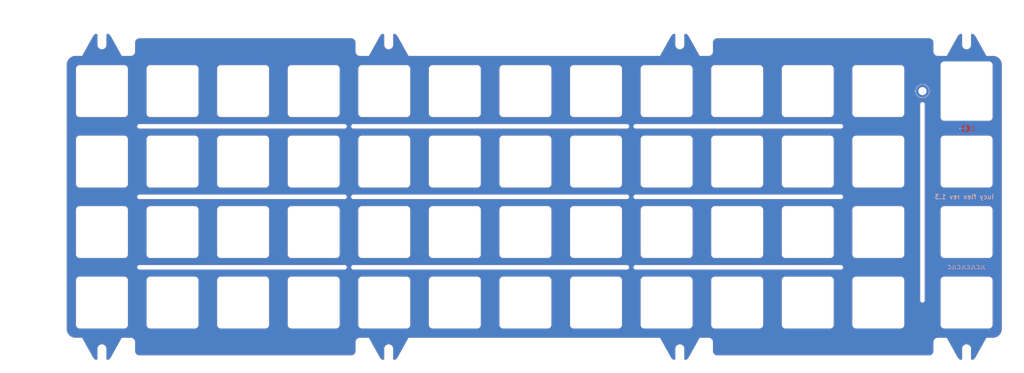
<source format=kicad_pcb>
(kicad_pcb (version 20211014) (generator pcbnew)
  (layers (0 "F.Cu" signal) (31 "B.Cu" signal) (34 "B.Paste" user) (35 "F.Paste" user) (36 "B.SilkS" user "B.Silkscreen") (37 "F.SilkS" user "F.Silkscreen") (38 "B.Mask" user) (39 "F.Mask" user) (44 "Edge.Cuts" user))
  (net 0 "")
  (net 1 "GND")
  (footprint "Keeb_footprints:MX100_cutout_plated" (layer "F.Cu") (at 155.97253 50.00646)
    (fp_text reference "U1")
    (fp_text value "HOLE")
    (fp_line (start -7 6) (end -7 -6) (layer "Edge.Cuts") (width 0.05))
    (fp_line (start -6 7) (end 6 7) (layer "Edge.Cuts") (width 0.05))
    (fp_line (start -6 -7) (end 6 -7) (layer "Edge.Cuts") (width 0.05))
    (fp_line (start 7 -6) (end 7 6) (layer "Edge.Cuts") (width 0.05))
    (fp_arc (start 7 6) (mid 6.707107 6.707107) (end 6 7) (layer "Edge.Cuts") (width 0.05))
    (fp_arc (start 6 -7) (mid 6.707107 -6.707107) (end 7 -6) (layer "Edge.Cuts") (width 0.05))
    (fp_arc (start -6 7) (mid -6.707107 6.707107) (end -7 6) (layer "Edge.Cuts") (width 0.05))
    (fp_arc (start -7 -6) (mid -6.707107 -6.707107) (end -6 -7) (layer "Edge.Cuts") (width 0.05))
  )
  (footprint "Keeb_footprints:MX100_cutout_plated" (layer "F.Cu") (at 175.02261 50.00646)
    (fp_text reference "U2")
    (fp_text value "HOLE")
    (fp_line (start -7 6) (end -7 -6) (layer "Edge.Cuts") (width 0.05))
    (fp_line (start -6 -7) (end 6 -7) (layer "Edge.Cuts") (width 0.05))
    (fp_line (start 7 -6) (end 7 6) (layer "Edge.Cuts") (width 0.05))
    (fp_line (start -6 7) (end 6 7) (layer "Edge.Cuts") (width 0.05))
    (fp_arc (start 6 -7) (mid 6.707107 -6.707107) (end 7 -6) (layer "Edge.Cuts") (width 0.05))
    (fp_arc (start -6 7) (mid -6.707107 6.707107) (end -7 6) (layer "Edge.Cuts") (width 0.05))
    (fp_arc (start 7 6) (mid 6.707107 6.707107) (end 6 7) (layer "Edge.Cuts") (width 0.05))
    (fp_arc (start -7 -6) (mid -6.707107 -6.707107) (end -6 -7) (layer "Edge.Cuts") (width 0.05))
  )
  (footprint "Keeb_footprints:MX100_cutout_plated" (layer "F.Cu") (at 194.07269 50.00646)
    (fp_text reference "U3")
    (fp_text value "HOLE")
    (fp_line (start -6 7) (end 6 7) (layer "Edge.Cuts") (width 0.05))
    (fp_line (start -7 6) (end -7 -6) (layer "Edge.Cuts") (width 0.05))
    (fp_line (start 7 -6) (end 7 6) (layer "Edge.Cuts") (width 0.05))
    (fp_line (start -6 -7) (end 6 -7) (layer "Edge.Cuts") (width 0.05))
    (fp_arc (start 7 6) (mid 6.707107 6.707107) (end 6 7) (layer "Edge.Cuts") (width 0.05))
    (fp_arc (start -7 -6) (mid -6.707107 -6.707107) (end -6 -7) (layer "Edge.Cuts") (width 0.05))
    (fp_arc (start -6 7) (mid -6.707107 6.707107) (end -7 6) (layer "Edge.Cuts") (width 0.05))
    (fp_arc (start 6 -7) (mid 6.707107 -6.707107) (end 7 -6) (layer "Edge.Cuts") (width 0.05))
  )
  (footprint "Keeb_footprints:MX100_cutout_plated" (layer "F.Cu") (at 213.12277 50.00646)
    (fp_text reference "U4")
    (fp_text value "HOLE")
    (fp_line (start -7 6) (end -7 -6) (layer "Edge.Cuts") (width 0.05))
    (fp_line (start -6 7) (end 6 7) (layer "Edge.Cuts") (width 0.05))
    (fp_line (start -6 -7) (end 6 -7) (layer "Edge.Cuts") (width 0.05))
    (fp_line (start 7 -6) (end 7 6) (layer "Edge.Cuts") (width 0.05))
    (fp_arc (start -7 -6) (mid -6.707107 -6.707107) (end -6 -7) (layer "Edge.Cuts") (width 0.05))
    (fp_arc (start 7 6) (mid 6.707107 6.707107) (end 6 7) (layer "Edge.Cuts") (width 0.05))
    (fp_arc (start 6 -7) (mid 6.707107 -6.707107) (end 7 -6) (layer "Edge.Cuts") (width 0.05))
    (fp_arc (start -6 7) (mid -6.707107 6.707107) (end -7 6) (layer "Edge.Cuts") (width 0.05))
  )
  (footprint "Keeb_footprints:MX100_cutout_plated" (layer "F.Cu") (at 232.17285 50.00646)
    (fp_text reference "U5")
    (fp_text value "HOLE")
    (fp_line (start 7 -6) (end 7 6) (layer "Edge.Cuts") (width 0.05))
    (fp_line (start -7 6) (end -7 -6) (layer "Edge.Cuts") (width 0.05))
    (fp_line (start -6 7) (end 6 7) (layer "Edge.Cuts") (width 0.05))
    (fp_line (start -6 -7) (end 6 -7) (layer "Edge.Cuts") (width 0.05))
    (fp_arc (start -7 -6) (mid -6.707107 -6.707107) (end -6 -7) (layer "Edge.Cuts") (width 0.05))
    (fp_arc (start -6 7) (mid -6.707107 6.707107) (end -7 6) (layer "Edge.Cuts") (width 0.05))
    (fp_arc (start 6 -7) (mid 6.707107 -6.707107) (end 7 -6) (layer "Edge.Cuts") (width 0.05))
    (fp_arc (start 7 6) (mid 6.707107 6.707107) (end 6 7) (layer "Edge.Cuts") (width 0.05))
  )
  (footprint "Keeb_footprints:MX100_cutout_plated" (layer "F.Cu") (at 327.42325 50.00646)
    (fp_text reference "U10")
    (fp_text value "HOLE")
    (fp_line (start -6 7) (end 6 7) (layer "Edge.Cuts") (width 0.05))
    (fp_line (start -6 -7) (end 6 -7) (layer "Edge.Cuts") (width 0.05))
    (fp_line (start 7 -6) (end 7 6) (layer "Edge.Cuts") (width 0.05))
    (fp_line (start -7 6) (end -7 -6) (layer "Edge.Cuts") (width 0.05))
    (fp_arc (start -6 7) (mid -6.707107 6.707107) (end -7 6) (layer "Edge.Cuts") (width 0.05))
    (fp_arc (start -7 -6) (mid -6.707107 -6.707107) (end -6 -7) (layer "Edge.Cuts") (width 0.05))
    (fp_arc (start 6 -7) (mid 6.707107 -6.707107) (end 7 -6) (layer "Edge.Cuts") (width 0.05))
    (fp_arc (start 7 6) (mid 6.707107 6.707107) (end 6 7) (layer "Edge.Cuts") (width 0.05))
  )
  (footprint "Keeb_footprints:MX100_cutout_plated" (layer "F.Cu") (at 346.47333 50.00646)
    (fp_text reference "U11")
    (fp_text value "HOLE")
    (fp_line (start -7 6) (end -7 -6) (layer "Edge.Cuts") (width 0.05))
    (fp_line (start -6 -7) (end 6 -7) (layer "Edge.Cuts") (width 0.05))
    (fp_line (start -6 7) (end 6 7) (layer "Edge.Cuts") (width 0.05))
    (fp_line (start 7 -6) (end 7 6) (layer "Edge.Cuts") (width 0.05))
    (fp_arc (start 6 -7) (mid 6.707107 -6.707107) (end 7 -6) (layer "Edge.Cuts") (width 0.05))
    (fp_arc (start -6 7) (mid -6.707107 6.707107) (end -7 6) (layer "Edge.Cuts") (width 0.05))
    (fp_arc (start 7 6) (mid 6.707107 6.707107) (end 6 7) (layer "Edge.Cuts") (width 0.05))
    (fp_arc (start -7 -6) (mid -6.707107 -6.707107) (end -6 -7) (layer "Edge.Cuts") (width 0.05))
  )
  (footprint "Keeb_footprints:MX100_cutout_plated" (layer "F.Cu") (at 155.97253 69.05654)
    (fp_text reference "U13")
    (fp_text value "HOLE")
    (fp_line (start -7 6) (end -7 -6) (layer "Edge.Cuts") (width 0.05))
    (fp_line (start -6 7) (end 6 7) (layer "Edge.Cuts") (width 0.05))
    (fp_line (start 7 -6) (end 7 6) (layer "Edge.Cuts") (width 0.05))
    (fp_line (start -6 -7) (end 6 -7) (layer "Edge.Cuts") (width 0.05))
    (fp_arc (start 7 6) (mid 6.707107 6.707107) (end 6 7) (layer "Edge.Cuts") (width 0.05))
    (fp_arc (start -7 -6) (mid -6.707107 -6.707107) (end -6 -7) (layer "Edge.Cuts") (width 0.05))
    (fp_arc (start -6 7) (mid -6.707107 6.707107) (end -7 6) (layer "Edge.Cuts") (width 0.05))
    (fp_arc (start 6 -7) (mid 6.707107 -6.707107) (end 7 -6) (layer "Edge.Cuts") (width 0.05))
  )
  (footprint "Keeb_footprints:MX100_cutout_plated" (layer "F.Cu") (at 194.07269 69.05654)
    (fp_text reference "U15")
    (fp_text value "HOLE")
    (fp_line (start 7 -6) (end 7 6) (layer "Edge.Cuts") (width 0.05))
    (fp_line (start -6 7) (end 6 7) (layer "Edge.Cuts") (width 0.05))
    (fp_line (start -6 -7) (end 6 -7) (layer "Edge.Cuts") (width 0.05))
    (fp_line (start -7 6) (end -7 -6) (layer "Edge.Cuts") (width 0.05))
    (fp_arc (start -6 7) (mid -6.707107 6.707107) (end -7 6) (layer "Edge.Cuts") (width 0.05))
    (fp_arc (start 6 -7) (mid 6.707107 -6.707107) (end 7 -6) (layer "Edge.Cuts") (width 0.05))
    (fp_arc (start 7 6) (mid 6.707107 6.707107) (end 6 7) (layer "Edge.Cuts") (width 0.05))
    (fp_arc (start -7 -6) (mid -6.707107 -6.707107) (end -6 -7) (layer "Edge.Cuts") (width 0.05))
  )
  (footprint "Keeb_footprints:MX100_cutout_plated" (layer "F.Cu") (at 232.17285 69.05654)
    (fp_text reference "U17")
    (fp_text value "HOLE")
    (fp_line (start 7 -6) (end 7 6) (layer "Edge.Cuts") (width 0.05))
    (fp_line (start -7 6) (end -7 -6) (layer "Edge.Cuts") (width 0.05))
    (fp_line (start -6 -7) (end 6 -7) (layer "Edge.Cuts") (width 0.05))
    (fp_line (start -6 7) (end 6 7) (layer "Edge.Cuts") (width 0.05))
    (fp_arc (start 6 -7) (mid 6.707107 -6.707107) (end 7 -6) (layer "Edge.Cuts") (width 0.05))
    (fp_arc (start -7 -6) (mid -6.707107 -6.707107) (end -6 -7) (layer "Edge.Cuts") (width 0.05))
    (fp_arc (start 7 6) (mid 6.707107 6.707107) (end 6 7) (layer "Edge.Cuts") (width 0.05))
    (fp_arc (start -6 7) (mid -6.707107 6.707107) (end -7 6) (layer "Edge.Cuts") (width 0.05))
  )
  (footprint "Keeb_footprints:MX100_cutout_plated" (layer "F.Cu") (at 251.22293 69.05654)
    (fp_text reference "U18")
    (fp_text value "HOLE")
    (fp_line (start -6 7) (end 6 7) (layer "Edge.Cuts") (width 0.05))
    (fp_line (start 7 -6) (end 7 6) (layer "Edge.Cuts") (width 0.05))
    (fp_line (start -6 -7) (end 6 -7) (layer "Edge.Cuts") (width 0.05))
    (fp_line (start -7 6) (end -7 -6) (layer "Edge.Cuts") (width 0.05))
    (fp_arc (start -6 7) (mid -6.707107 6.707107) (end -7 6) (layer "Edge.Cuts") (width 0.05))
    (fp_arc (start 6 -7) (mid 6.707107 -6.707107) (end 7 -6) (layer "Edge.Cuts") (width 0.05))
    (fp_arc (start -7 -6) (mid -6.707107 -6.707107) (end -6 -7) (layer "Edge.Cuts") (width 0.05))
    (fp_arc (start 7 6) (mid 6.707107 6.707107) (end 6 7) (layer "Edge.Cuts") (width 0.05))
  )
  (footprint "Keeb_footprints:MX100_cutout_plated" (layer "F.Cu") (at 270.27301 69.05654)
    (fp_text reference "U19")
    (fp_text value "HOLE")
    (fp_line (start -7 6) (end -7 -6) (layer "Edge.Cuts") (width 0.05))
    (fp_line (start -6 -7) (end 6 -7) (layer "Edge.Cuts") (width 0.05))
    (fp_line (start -6 7) (end 6 7) (layer "Edge.Cuts") (width 0.05))
    (fp_line (start 7 -6) (end 7 6) (layer "Edge.Cuts") (width 0.05))
    (fp_arc (start -6 7) (mid -6.707107 6.707107) (end -7 6) (layer "Edge.Cuts") (width 0.05))
    (fp_arc (start -7 -6) (mid -6.707107 -6.707107) (end -6 -7) (layer "Edge.Cuts") (width 0.05))
    (fp_arc (start 7 6) (mid 6.707107 6.707107) (end 6 7) (layer "Edge.Cuts") (width 0.05))
    (fp_arc (start 6 -7) (mid 6.707107 -6.707107) (end 7 -6) (layer "Edge.Cuts") (width 0.05))
  )
  (footprint "Keeb_footprints:MX100_cutout_plated" (layer "F.Cu") (at 289.32309 69.05654)
    (fp_text reference "U20")
    (fp_text value "HOLE")
    (fp_line (start 7 -6) (end 7 6) (layer "Edge.Cuts") (width 0.05))
    (fp_line (start -6 7) (end 6 7) (layer "Edge.Cuts") (width 0.05))
    (fp_line (start -6 -7) (end 6 -7) (layer "Edge.Cuts") (width 0.05))
    (fp_line (start -7 6) (end -7 -6) (layer "Edge.Cuts") (width 0.05))
    (fp_arc (start -6 7) (mid -6.707107 6.707107) (end -7 6) (layer "Edge.Cuts") (width 0.05))
    (fp_arc (start -7 -6) (mid -6.707107 -6.707107) (end -6 -7) (layer "Edge.Cuts") (width 0.05))
    (fp_arc (start 6 -7) (mid 6.707107 -6.707107) (end 7 -6) (layer "Edge.Cuts") (width 0.05))
    (fp_arc (start 7 6) (mid 6.707107 6.707107) (end 6 7) (layer "Edge.Cuts") (width 0.05))
  )
  (footprint "Keeb_footprints:MX100_cutout_plated" (layer "F.Cu") (at 308.37317 69.05654)
    (fp_text reference "U21")
    (fp_text value "HOLE")
    (fp_line (start 7 -6) (end 7 6) (layer "Edge.Cuts") (width 0.05))
    (fp_line (start -7 6) (end -7 -6) (layer "Edge.Cuts") (width 0.05))
    (fp_line (start -6 7) (end 6 7) (layer "Edge.Cuts") (width 0.05))
    (fp_line (start -6 -7) (end 6 -7) (layer "Edge.Cuts") (width 0.05))
    (fp_arc (start -7 -6) (mid -6.707107 -6.707107) (end -6 -7) (layer "Edge.Cuts") (width 0.05))
    (fp_arc (start -6 7) (mid -6.707107 6.707107) (end -7 6) (layer "Edge.Cuts") (width 0.05))
    (fp_arc (start 7 6) (mid 6.707107 6.707107) (end 6 7) (layer "Edge.Cuts") (width 0.05))
    (fp_arc (start 6 -7) (mid 6.707107 -6.707107) (end 7 -6) (layer "Edge.Cuts") (width 0.05))
  )
  (footprint "Keeb_footprints:MX100_cutout_plated" (layer "F.Cu") (at 327.42325 69.05654)
    (fp_text reference "U22")
    (fp_text value "HOLE")
    (fp_line (start -6 7) (end 6 7) (layer "Edge.Cuts") (width 0.05))
    (fp_line (start 7 -6) (end 7 6) (layer "Edge.Cuts") (width 0.05))
    (fp_line (start -6 -7) (end 6 -7) (layer "Edge.Cuts") (width 0.05))
    (fp_line (start -7 6) (end -7 -6) (layer "Edge.Cuts") (width 0.05))
    (fp_arc (start -7 -6) (mid -6.707107 -6.707107) (end -6 -7) (layer "Edge.Cuts") (width 0.05))
    (fp_arc (start 6 -7) (mid 6.707107 -6.707107) (end 7 -6) (layer "Edge.Cuts") (width 0.05))
    (fp_arc (start 7 6) (mid 6.707107 6.707107) (end 6 7) (layer "Edge.Cuts") (width 0.05))
    (fp_arc (start -6 7) (mid -6.707107 6.707107) (end -7 6) (layer "Edge.Cuts") (width 0.05))
  )
  (footprint "Keeb_footprints:MX100_cutout_plated" (layer "F.Cu") (at 346.47333 69.05654)
    (fp_text reference "U23")
    (fp_text value "HOLE")
    (fp_line (start -6 -7) (end 6 -7) (layer "Edge.Cuts") (width 0.05))
    (fp_line (start -7 6) (end -7 -6) (layer "Edge.Cuts") (width 0.05))
    (fp_line (start 7 -6) (end 7 6) (layer "Edge.Cuts") (width 0.05))
    (fp_line (start -6 7) (end 6 7) (layer "Edge.Cuts") (width 0.05))
    (fp_arc (start 6 -7) (mid 6.707107 -6.707107) (end 7 -6) (layer "Edge.Cuts") (width 0.05))
    (fp_arc (start 7 6) (mid 6.707107 6.707107) (end 6 7) (layer "Edge.Cuts") (width 0.05))
    (fp_arc (start -6 7) (mid -6.707107 6.707107) (end -7 6) (layer "Edge.Cuts") (width 0.05))
    (fp_arc (start -7 -6) (mid -6.707107 -6.707107) (end -6 -7) (layer "Edge.Cuts") (width 0.05))
  )
  (footprint "Keeb_footprints:MX100_cutout_plated" (layer "F.Cu") (at 365.52341 69.05654)
    (fp_text reference "U24")
    (fp_text value "HOLE")
    (fp_line (start -7 6) (end -7 -6) (layer "Edge.Cuts") (width 0.05))
    (fp_line (start -6 7) (end 6 7) (layer "Edge.Cuts") (width 0.05))
    (fp_line (start 7 -6) (end 7 6) (layer "Edge.Cuts") (width 0.05))
    (fp_line (start -6 -7) (end 6 -7) (layer "Edge.Cuts") (width 0.05))
    (fp_arc (start -6 7) (mid -6.707107 6.707107) (end -7 6) (layer "Edge.Cuts") (width 0.05))
    (fp_arc (start -7 -6) (mid -6.707107 -6.707107) (end -6 -7) (layer "Edge.Cuts") (width 0.05))
    (fp_arc (start 6 -7) (mid 6.707107 -6.707107) (end 7 -6) (layer "Edge.Cuts") (width 0.05))
    (fp_arc (start 7 6) (mid 6.707107 6.707107) (end 6 7) (layer "Edge.Cuts") (width 0.05))
  )
  (footprint "Keeb_footprints:MX100_cutout_plated" (layer "F.Cu") (at 155.97253 88.10662)
    (fp_text reference "U25")
    (fp_text value "HOLE")
    (fp_line (start 7 -6) (end 7 6) (layer "Edge.Cuts") (width 0.05))
    (fp_line (start -7 6) (end -7 -6) (layer "Edge.Cuts") (width 0.05))
    (fp_line (start -6 -7) (end 6 -7) (layer "Edge.Cuts") (width 0.05))
    (fp_line (start -6 7) (end 6 7) (layer "Edge.Cuts") (width 0.05))
    (fp_arc (start -6 7) (mid -6.707107 6.707107) (end -7 6) (layer "Edge.Cuts") (width 0.05))
    (fp_arc (start 6 -7) (mid 6.707107 -6.707107) (end 7 -6) (layer "Edge.Cuts") (width 0.05))
    (fp_arc (start 7 6) (mid 6.707107 6.707107) (end 6 7) (layer "Edge.Cuts") (width 0.05))
    (fp_arc (start -7 -6) (mid -6.707107 -6.707107) (end -6 -7) (layer "Edge.Cuts") (width 0.05))
  )
  (footprint "Keeb_footprints:MX100_cutout_plated" (layer "F.Cu") (at 175.02261 88.10662)
    (fp_text reference "U26")
    (fp_text value "HOLE")
    (fp_line (start -6 -7) (end 6 -7) (layer "Edge.Cuts") (width 0.05))
    (fp_line (start -6 7) (end 6 7) (layer "Edge.Cuts") (width 0.05))
    (fp_line (start -7 6) (end -7 -6) (layer "Edge.Cuts") (width 0.05))
    (fp_line (start 7 -6) (end 7 6) (layer "Edge.Cuts") (width 0.05))
    (fp_arc (start 7 6) (mid 6.707107 6.707107) (end 6 7) (layer "Edge.Cuts") (width 0.05))
    (fp_arc (start -6 7) (mid -6.707107 6.707107) (end -7 6) (layer "Edge.Cuts") (width 0.05))
    (fp_arc (start 6 -7) (mid 6.707107 -6.707107) (end 7 -6) (layer "Edge.Cuts") (width 0.05))
    (fp_arc (start -7 -6) (mid -6.707107 -6.707107) (end -6 -7) (layer "Edge.Cuts") (width 0.05))
  )
  (footprint "Keeb_footprints:MX100_cutout_plated" (layer "F.Cu") (at 194.07269 88.10662)
    (fp_text reference "U27")
    (fp_text value "HOLE")
    (fp_line (start -7 6) (end -7 -6) (layer "Edge.Cuts") (width 0.05))
    (fp_line (start 7 -6) (end 7 6) (layer "Edge.Cuts") (width 0.05))
    (fp_line (start -6 -7) (end 6 -7) (layer "Edge.Cuts") (width 0.05))
    (fp_line (start -6 7) (end 6 7) (layer "Edge.Cuts") (width 0.05))
    (fp_arc (start -6 7) (mid -6.707107 6.707107) (end -7 6) (layer "Edge.Cuts") (width 0.05))
    (fp_arc (start -7 -6) (mid -6.707107 -6.707107) (end -6 -7) (layer "Edge.Cuts") (width 0.05))
    (fp_arc (start 6 -7) (mid 6.707107 -6.707107) (end 7 -6) (layer "Edge.Cuts") (width 0.05))
    (fp_arc (start 7 6) (mid 6.707107 6.707107) (end 6 7) (layer "Edge.Cuts") (width 0.05))
  )
  (footprint "Keeb_footprints:MX100_cutout_plated" (layer "F.Cu") (at 213.12277 88.10662)
    (fp_text reference "U28")
    (fp_text value "HOLE")
    (fp_line (start -6 7) (end 6 7) (layer "Edge.Cuts") (width 0.05))
    (fp_line (start -7 6) (end -7 -6) (layer "Edge.Cuts") (width 0.05))
    (fp_line (start 7 -6) (end 7 6) (layer "Edge.Cuts") (width 0.05))
    (fp_line (start -6 -7) (end 6 -7) (layer "Edge.Cuts") (width 0.05))
    (fp_arc (start 6 -7) (mid 6.707107 -6.707107) (end 7 -6) (layer "Edge.Cuts") (width 0.05))
    (fp_arc (start 7 6) (mid 6.707107 6.707107) (end 6 7) (layer "Edge.Cuts") (width 0.05))
    (fp_arc (start -6 7) (mid -6.707107 6.707107) (end -7 6) (layer "Edge.Cuts") (width 0.05))
    (fp_arc (start -7 -6) (mid -6.707107 -6.707107) (end -6 -7) (layer "Edge.Cuts") (width 0.05))
  )
  (footprint "Keeb_footprints:MX100_cutout_plated" (layer "F.Cu") (at 232.17285 88.10662)
    (fp_text reference "U29")
    (fp_text value "HOLE")
    (fp_line (start -6 -7) (end 6 -7) (layer "Edge.Cuts") (width 0.05))
    (fp_line (start -7 6) (end -7 -6) (layer "Edge.Cuts") (width 0.05))
    (fp_line (start -6 7) (end 6 7) (layer "Edge.Cuts") (width 0.05))
    (fp_line (start 7 -6) (end 7 6) (layer "Edge.Cuts") (width 0.05))
    (fp_arc (start 7 6) (mid 6.707107 6.707107) (end 6 7) (layer "Edge.Cuts") (width 0.05))
    (fp_arc (start -6 7) (mid -6.707107 6.707107) (end -7 6) (layer "Edge.Cuts") (width 0.05))
    (fp_arc (start 6 -7) (mid 6.707107 -6.707107) (end 7 -6) (layer "Edge.Cuts") (width 0.05))
    (fp_arc (start -7 -6) (mid -6.707107 -6.707107) (end -6 -7) (layer "Edge.Cuts") (width 0.05))
  )
  (footprint "Keeb_footprints:MX100_cutout_plated" (layer "F.Cu") (at 251.22293 88.10662)
    (fp_text reference "U30")
    (fp_text value "HOLE")
    (fp_line (start -6 -7) (end 6 -7) (layer "Edge.Cuts") (width 0.05))
    (fp_line (start -6 7) (end 6 7) (layer "Edge.Cuts") (width 0.05))
    (fp_line (start -7 6) (end -7 -6) (layer "Edge.Cuts") (width 0.05))
    (fp_line (start 7 -6) (end 7 6) (layer "Edge.Cuts") (width 0.05))
    (fp_arc (start 6 -7) (mid 6.707107 -6.707107) (end 7 -6) (layer "Edge.Cuts") (width 0.05))
    (fp_arc (start -6 7) (mid -6.707107 6.707107) (end -7 6) (layer "Edge.Cuts") (width 0.05))
    (fp_arc (start -7 -6) (mid -6.707107 -6.707107) (end -6 -7) (layer "Edge.Cuts") (width 0.05))
    (fp_arc (start 7 6) (mid 6.707107 6.707107) (end 6 7) (layer "Edge.Cuts") (width 0.05))
  )
  (footprint "Keeb_footprints:MX100_cutout_plated" (layer "F.Cu") (at 270.27301 88.10662)
    (fp_text reference "U31")
    (fp_text value "HOLE")
    (fp_line (start -6 -7) (end 6 -7) (layer "Edge.Cuts") (width 0.05))
    (fp_line (start 7 -6) (end 7 6) (layer "Edge.Cuts") (width 0.05))
    (fp_line (start -7 6) (end -7 -6) (layer "Edge.Cuts") (width 0.05))
    (fp_line (start -6 7) (end 6 7) (layer "Edge.Cuts") (width 0.05))
    (fp_arc (start 6 -7) (mid 6.707107 -6.707107) (end 7 -6) (layer "Edge.Cuts") (width 0.05))
    (fp_arc (start -6 7) (mid -6.707107 6.707107) (end -7 6) (layer "Edge.Cuts") (width 0.05))
    (fp_arc (start -7 -6) (mid -6.707107 -6.707107) (end -6 -7) (layer "Edge.Cuts") (width 0.05))
    (fp_arc (start 7 6) (mid 6.707107 6.707107) (end 6 7) (layer "Edge.Cuts") (width 0.05))
  )
  (footprint "Keeb_footprints:MX100_cutout_plated" (layer "F.Cu") (at 289.32309 88.10662)
    (fp_text reference "U32")
    (fp_text value "HOLE")
    (fp_line (start -7 6) (end -7 -6) (layer "Edge.Cuts") (width 0.05))
    (fp_line (start 7 -6) (end 7 6) (layer "Edge.Cuts") (width 0.05))
    (fp_line (start -6 7) (end 6 7) (layer "Edge.Cuts") (width 0.05))
    (fp_line (start -6 -7) (end 6 -7) (layer "Edge.Cuts") (width 0.05))
    (fp_arc (start -6 7) (mid -6.707107 6.707107) (end -7 6) (layer "Edge.Cuts") (width 0.05))
    (fp_arc (start -7 -6) (mid -6.707107 -6.707107) (end -6 -7) (layer "Edge.Cuts") (width 0.05))
    (fp_arc (start 7 6) (mid 6.707107 6.707107) (end 6 7) (layer "Edge.Cuts") (width 0.05))
    (fp_arc (start 6 -7) (mid 6.707107 -6.707107) (end 7 -6) (layer "Edge.Cuts") (width 0.05))
  )
  (footprint "Keeb_footprints:MX100_cutout_plated" (layer "F.Cu") (at 308.37317 88.10662)
    (fp_text reference "U33")
    (fp_text value "HOLE")
    (fp_line (start -6 -7) (end 6 -7) (layer "Edge.Cuts") (width 0.05))
    (fp_line (start -6 7) (end 6 7) (layer "Edge.Cuts") (width 0.05))
    (fp_line (start 7 -6) (end 7 6) (layer "Edge.Cuts") (width 0.05))
    (fp_line (start -7 6) (end -7 -6) (layer "Edge.Cuts") (width 0.05))
    (fp_arc (start -7 -6) (mid -6.707107 -6.707107) (end -6 -7) (layer "Edge.Cuts") (width 0.05))
    (fp_arc (start 6 -7) (mid 6.707107 -6.707107) (end 7 -6) (layer "Edge.Cuts") (width 0.05))
    (fp_arc (start -6 7) (mid -6.707107 6.707107) (end -7 6) (layer "Edge.Cuts") (width 0.05))
    (fp_arc (start 7 6) (mid 6.707107 6.707107) (end 6 7) (layer "Edge.Cuts") (width 0.05))
  )
  (footprint "Keeb_footprints:MX100_cutout_plated" (layer "F.Cu") (at 327.42325 88.10662)
    (fp_text reference "U34")
    (fp_text value "HOLE")
    (fp_line (start -6 -7) (end 6 -7) (layer "Edge.Cuts") (width 0.05))
    (fp_line (start -6 7) (end 6 7) (layer "Edge.Cuts") (width 0.05))
    (fp_line (start -7 6) (end -7 -6) (layer "Edge.Cuts") (width 0.05))
    (fp_line (start 7 -6) (end 7 6) (layer "Edge.Cuts") (width 0.05))
    (fp_arc (start 6 -7) (mid 6.707107 -6.707107) (end 7 -6) (layer "Edge.Cuts") (width 0.05))
    (fp_arc (start -7 -6) (mid -6.707107 -6.707107) (end -6 -7) (layer "Edge.Cuts") (width 0.05))
    (fp_arc (start 7 6) (mid 6.707107 6.707107) (end 6 7) (layer "Edge.Cuts") (width 0.05))
    (fp_arc (start -6 7) (mid -6.707107 6.707107) (end -7 6) (layer "Edge.Cuts") (width 0.05))
  )
  (footprint "Keeb_footprints:MX100_cutout_plated" (layer "F.Cu") (at 346.47333 88.10662)
    (fp_text reference "U35")
    (fp_text value "HOLE")
    (fp_line (start 7 -6) (end 7 6) (layer "Edge.Cuts") (width 0.05))
    (fp_line (start -6 7) (end 6 7) (layer "Edge.Cuts") (width 0.05))
    (fp_line (start -7 6) (end -7 -6) (layer "Edge.Cuts") (width 0.05))
    (fp_line (start -6 -7) (end 6 -7) (layer "Edge.Cuts") (width 0.05))
    (fp_arc (start 7 6) (mid 6.707107 6.707107) (end 6 7) (layer "Edge.Cuts") (width 0.05))
    (fp_arc (start -7 -6) (mid -6.707107 -6.707107) (end -6 -7) (layer "Edge.Cuts") (width 0.05))
    (fp_arc (start 6 -7) (mid 6.707107 -6.707107) (end 7 -6) (layer "Edge.Cuts") (width 0.05))
    (fp_arc (start -6 7) (mid -6.707107 6.707107) (end -7 6) (layer "Edge.Cuts") (width 0.05))
  )
  (footprint "Keeb_footprints:MX100_cutout_plated" (layer "F.Cu") (at 365.52341 88.10662)
    (fp_text reference "U36")
    (fp_text value "HOLE")
    (fp_line (start 7 -6) (end 7 6) (layer "Edge.Cuts") (width 0.05))
    (fp_line (start -7 6) (end -7 -6) (layer "Edge.Cuts") (width 0.05))
    (fp_line (start -6 -7) (end 6 -7) (layer "Edge.Cuts") (width 0.05))
    (fp_line (start -6 7) (end 6 7) (layer "Edge.Cuts") (width 0.05))
    (fp_arc (start 7 6) (mid 6.707107 6.707107) (end 6 7) (layer "Edge.Cuts") (width 0.05))
    (fp_arc (start -7 -6) (mid -6.707107 -6.707107) (end -6 -7) (layer "Edge.Cuts") (width 0.05))
    (fp_arc (start -6 7) (mid -6.707107 6.707107) (end -7 6) (layer "Edge.Cuts") (width 0.05))
    (fp_arc (start 6 -7) (mid 6.707107 -6.707107) (end 7 -6) (layer "Edge.Cuts") (width 0.05))
  )
  (footprint "Keeb_footprints:MX100_cutout_plated" (layer "F.Cu") (at 175.02261 107.1567)
    (fp_text reference "U38")
    (fp_text value "HOLE")
    (fp_line (start 7 -6) (end 7 6) (layer "Edge.Cuts") (width 0.05))
    (fp_line (start -6 7) (end 6 7) (layer "Edge.Cuts") (width 0.05))
    (fp_line (start -6 -7) (end 6 -7) (layer "Edge.Cuts") (width 0.05))
    (fp_line (start -7 6) (end -7 -6) (layer "Edge.Cuts") (width 0.05))
    (fp_arc (start 6 -7) (mid 6.707107 -6.707107) (end 7 -6) (layer "Edge.Cuts") (width 0.05))
    (fp_arc (start -7 -6) (mid -6.707107 -6.707107) (end -6 -7) (layer "Edge.Cuts") (width 0.05))
    (fp_arc (start 7 6) (mid 6.707107 6.707107) (end 6 7) (layer "Edge.Cuts") (width 0.05))
    (fp_arc (start -6 7) (mid -6.707107 6.707107) (end -7 6) (layer "Edge.Cuts") (width 0.05))
  )
  (footprint "Keeb_footprints:MX100_cutout_plated" (layer "F.Cu") (at 194.07269 107.1567)
    (fp_text reference "U39")
    (fp_text value "HOLE")
    (fp_line (start -7 6) (end -7 -6) (layer "Edge.Cuts") (width 0.05))
    (fp_line (start -6 7) (end 6 7) (layer "Edge.Cuts") (width 0.05))
    (fp_line (start -6 -7) (end 6 -7) (layer "Edge.Cuts") (width 0.05))
    (fp_line (start 7 -6) (end 7 6) (layer "Edge.Cuts") (width 0.05))
    (fp_arc (start -7 -6) (mid -6.707107 -6.707107) (end -6 -7) (layer "Edge.Cuts") (width 0.05))
    (fp_arc (start -6 7) (mid -6.707107 6.707107) (end -7 6) (layer "Edge.Cuts") (width 0.05))
    (fp_arc (start 7 6) (mid 6.707107 6.707107) (end 6 7) (layer "Edge.Cuts") (width 0.05))
    (fp_arc (start 6 -7) (mid 6.707107 -6.707107) (end 7 -6) (layer "Edge.Cuts") (width 0.05))
  )
  (footprint "Keeb_footprints:MX100_cutout_plated" (layer "F.Cu") (at 213.12277 107.1567)
    (fp_text reference "U40")
    (fp_text value "HOLE")
    (fp_line (start -6 -7) (end 6 -7) (layer "Edge.Cuts") (width 0.05))
    (fp_line (start -7 6) (end -7 -6) (layer "Edge.Cuts") (width 0.05))
    (fp_line (start 7 -6) (end 7 6) (layer "Edge.Cuts") (width 0.05))
    (fp_line (start -6 7) (end 6 7) (layer "Edge.Cuts") (width 0.05))
    (fp_arc (start 7 6) (mid 6.707107 6.707107) (end 6 7) (layer "Edge.Cuts") (width 0.05))
    (fp_arc (start -7 -6) (mid -6.707107 -6.707107) (end -6 -7) (layer "Edge.Cuts") (width 0.05))
    (fp_arc (start -6 7) (mid -6.707107 6.707107) (end -7 6) (layer "Edge.Cuts") (width 0.05))
    (fp_arc (start 6 -7) (mid 6.707107 -6.707107) (end 7 -6) (layer "Edge.Cuts") (width 0.05))
  )
  (footprint "Keeb_footprints:MX100_cutout_plated" (layer "F.Cu") (at 232.17285 107.1567)
    (fp_text reference "U41")
    (fp_text value "HOLE")
    (fp_line (start -6 -7) (end 6 -7) (layer "Edge.Cuts") (width 0.05))
    (fp_line (start -7 6) (end -7 -6) (layer "Edge.Cuts") (width 0.05))
    (fp_line (start -6 7) (end 6 7) (layer "Edge.Cuts") (width 0.05))
    (fp_line (start 7 -6) (end 7 6) (layer "Edge.Cuts") (width 0.05))
    (fp_arc (start 6 -7) (mid 6.707107 -6.707107) (end 7 -6) (layer "Edge.Cuts") (width 0.05))
    (fp_arc (start -6 7) (mid -6.707107 6.707107) (end -7 6) (layer "Edge.Cuts") (width 0.05))
    (fp_arc (start -7 -6) (mid -6.707107 -6.707107) (end -6 -7) (layer "Edge.Cuts") (width 0.05))
    (fp_arc (start 7 6) (mid 6.707107 6.707107) (end 6 7) (layer "Edge.Cuts") (width 0.05))
  )
  (footprint "Keeb_footprints:MX100_cutout_plated" (layer "F.Cu") (at 251.22293 107.1567)
    (fp_text reference "U42")
    (fp_text value "HOLE")
    (fp_line (start -6 -7) (end 6 -7) (layer "Edge.Cuts") (width 0.05))
    (fp_line (start 7 -6) (end 7 6) (layer "Edge.Cuts") (width 0.05))
    (fp_line (start -7 6) (end -7 -6) (layer "Edge.Cuts") (width 0.05))
    (fp_line (start -6 7) (end 6 7) (layer "Edge.Cuts") (width 0.05))
    (fp_arc (start 6 -7) (mid 6.707107 -6.707107) (end 7 -6) (layer "Edge.Cuts") (width 0.05))
    (fp_arc (start -7 -6) (mid -6.707107 -6.707107) (end -6 -7) (layer "Edge.Cuts") (width 0.05))
    (fp_arc (start -6 7) (mid -6.707107 6.707107) (end -7 6) (layer "Edge.Cuts") (width 0.05))
    (fp_arc (start 7 6) (mid 6.707107 6.707107) (end 6 7) (layer "Edge.Cuts") (width 0.05))
  )
  (footprint "Keeb_footprints:MX100_cutout_plated" (layer "F.Cu") (at 270.27301 107.1567)
    (fp_text reference "U43")
    (fp_text value "HOLE")
    (fp_line (start -6 7) (end 6 7) (layer "Edge.Cuts") (width 0.05))
    (fp_line (start -7 6) (end -7 -6) (layer "Edge.Cuts") (width 0.05))
    (fp_line (start -6 -7) (end 6 -7) (layer "Edge.Cuts") (width 0.05))
    (fp_line (start 7 -6) (end 7 6) (layer "Edge.Cuts") (width 0.05))
    (fp_arc (start -6 7) (mid -6.707107 6.707107) (end -7 6) (layer "Edge.Cuts") (width 0.05))
    (fp_arc (start 6 -7) (mid 6.707107 -6.707107) (end 7 -6) (layer "Edge.Cuts") (width 0.05))
    (fp_arc (start 7 6) (mid 6.707107 6.707107) (end 6 7) (layer "Edge.Cuts") (width 0.05))
    (fp_arc (start -7 -6) (mid -6.707107 -6.707107) (end -6 -7) (layer "Edge.Cuts") (width 0.05))
  )
  (footprint "Keeb_footprints:MX100_cutout_plated" (layer "F.Cu") (at 289.32309 107.1567)
    (fp_text reference "U44")
    (fp_text value "HOLE")
    (fp_line (start -7 6) (end -7 -6) (layer "Edge.Cuts") (width 0.05))
    (fp_line (start 7 -6) (end 7 6) (layer "Edge.Cuts") (width 0.05))
    (fp_line (start -6 7) (end 6 7) (layer "Edge.Cuts") (width 0.05))
    (fp_line (start -6 -7) (end 6 -7) (layer "Edge.Cuts") (width 0.05))
    (fp_arc (start -6 7) (mid -6.707107 6.707107) (end -7 6) (layer "Edge.Cuts") (width 0.05))
    (fp_arc (start 7 6) (mid 6.707107 6.707107) (end 6 7) (layer "Edge.Cuts") (width 0.05))
    (fp_arc (start 6 -7) (mid 6.707107 -6.707107) (end 7 -6) (layer "Edge.Cuts") (width 0.05))
    (fp_arc (start -7 -6) (mid -6.707107 -6.707107) (end -6 -7) (layer "Edge.Cuts") (width 0.05))
  )
  (footprint "Keeb_footprints:MX100_cutout_plated" (layer "F.Cu") (at 308.37317 107.1567)
    (fp_text reference "U45")
    (fp_text value "HOLE")
    (fp_line (start -6 -7) (end 6 -7) (layer "Edge.Cuts") (width 0.05))
    (fp_line (start -6 7) (end 6 7) (layer "Edge.Cuts") (width 0.05))
    (fp_line (start 7 -6) (end 7 6) (layer "Edge.Cuts") (width 0.05))
    (fp_line (start -7 6) (end -7 -6) (layer "Edge.Cuts") (width 0.05))
    (fp_arc (start 6 -7) (mid 6.707107 -6.707107) (end 7 -6) (layer "Edge.Cuts") (width 0.05))
    (fp_arc (start -6 7) (mid -6.707107 6.707107) (end -7 6) (layer "Edge.Cuts") (width 0.05))
    (fp_arc (start 7 6) (mid 6.707107 6.707107) (end 6 7) (layer "Edge.Cuts") (width 0.05))
    (fp_arc (start -7 -6) (mid -6.707107 -6.707107) (end -6 -7) (layer "Edge.Cuts") (width 0.05))
  )
  (footprint "Keeb_footprints:MX100_cutout_plated" (layer "F.Cu") (at 327.42325 107.1567)
    (fp_text reference "U46")
    (fp_text value "HOLE")
    (fp_line (start -7 6) (end -7 -6) (layer "Edge.Cuts") (width 0.05))
    (fp_line (start 7 -6) (end 7 6) (layer "Edge.Cuts") (width 0.05))
    (fp_line (start -6 7) (end 6 7) (layer "Edge.Cuts") (width 0.05))
    (fp_line (start -6 -7) (end 6 -7) (layer "Edge.Cuts") (width 0.05))
    (fp_arc (start 7 6) (mid 6.707107 6.707107) (end 6 7) (layer "Edge.Cuts") (width 0.05))
    (fp_arc (start -7 -6) (mid -6.707107 -6.707107) (end -6 -7) (layer "Edge.Cuts") (width 0.05))
    (fp_arc (start -6 7) (mid -6.707107 6.707107) (end -7 6) (layer "Edge.Cuts") (width 0.05))
    (fp_arc (start 6 -7) (mid 6.707107 -6.707107) (end 7 -6) (layer "Edge.Cuts") (width 0.05))
  )
  (footprint "Keeb_footprints:MX100_cutout_plated" (layer "F.Cu") (at 346.47333 107.16)
    (fp_text reference "U47")
    (fp_text value "HOLE")
    (fp_line (start -6 7) (end 6 7) (layer "Edge.Cuts") (width 0.05))
    (fp_line (start 7 -6) (end 7 6) (layer "Edge.Cuts") (width 0.05))
    (fp_line (start -6 -7) (end 6 -7) (layer "Edge.Cuts") (width 0.05))
    (fp_line (start -7 6) (end -7 -6) (layer "Edge.Cuts") (width 0.05))
    (fp_arc (start -7 -6) (mid -6.707107 -6.707107) (end -6 -7) (layer "Edge.Cuts") (width 0.05))
    (fp_arc (start 6 -7) (mid 6.707107 -6.707107) (end 7 -6) (layer "Edge.Cuts") (width 0.05))
    (fp_arc (start -6 7) (mid -6.707107 6.707107) (end -7 6) (layer "Edge.Cuts") (width 0.05))
    (fp_arc (start 7 6) (mid 6.707107 6.707107) (end 6 7) (layer "Edge.Cuts") (width 0.05))
  )
  (footprint "Keeb_footprints:MX100_cutout_plated" (layer "F.Cu") (at 365.52341 107.1567)
    (fp_text reference "U48")
    (fp_text value "HOLE")
    (fp_line (start -6 -7) (end 6 -7) (layer "Edge.Cuts") (width 0.05))
    (fp_line (start -6 7) (end 6 7) (layer "Edge.Cuts") (width 0.05))
    (fp_line (start -7 6) (end -7 -6) (layer "Edge.Cuts") (width 0.05))
    (fp_line (start 7 -6) (end 7 6) (layer "Edge.Cuts") (width 0.05))
    (fp_arc (start 7 6) (mid 6.707107 6.707107) (end 6 7) (layer "Edge.Cuts") (width 0.05))
    (fp_arc (start 6 -7) (mid 6.707107 -6.707107) (end 7 -6) (layer "Edge.Cuts") (width 0.05))
    (fp_arc (start -7 -6) (mid -6.707107 -6.707107) (end -6 -7) (layer "Edge.Cuts") (width 0.05))
    (fp_arc (start -6 7) (mid -6.707107 6.707107) (end -7 6) (layer "Edge.Cuts") (width 0.05))
  )
  (footprint "Keeb_footprints:MX100_cutout_plated" (layer "F.Cu") (at 155.97253 107.1567)
    (fp_text reference "U37")
    (fp_text value "HOLE")
    (fp_line (start -6 7) (end 6 7) (layer "Edge.Cuts") (width 0.05))
    (fp_line (start -6 -7) (end 6 -7) (layer "Edge.Cuts") (width 0.05))
    (fp_line (start 7 -6) (end 7 6) (layer "Edge.Cuts") (width 0.05))
    (fp_line (start -7 6) (end -7 -6) (layer "Edge.Cuts") (width 0.05))
    (fp_arc (start 6 -7) (mid 6.707107 -6.707107) (end 7 -6) (layer "Edge.Cuts") (width 0.05))
    (fp_arc (start -6 7) (mid -6.707107 6.707107) (end -7 6) (layer "Edge.Cuts") (width 0.05))
    (fp_arc (start -7 -6) (mid -6.707107 -6.707107) (end -6 -7) (layer "Edge.Cuts") (width 0.05))
    (fp_arc (start 7 6) (mid 6.707107 6.707107) (end 6 7) (layer "Edge.Cuts") (width 0.05))
  )
  (footprint "Keeb_footprints:MX100_cutout_plated" (layer "F.Cu") (at 175.02261 69.05654)
    (fp_text reference "U14")
    (fp_text value "HOLE")
    (fp_line (start 7 -6) (end 7 6) (layer "Edge.Cuts") (width 0.05))
    (fp_line (start -6 -7) (end 6 -7) (layer "Edge.Cuts") (width 0.05))
    (fp_line (start -6 7) (end 6 7) (layer "Edge.Cuts") (width 0.05))
    (fp_line (start -7 6) (end -7 -6) (layer "Edge.Cuts") (width 0.05))
    (fp_arc (start -7 -6) (mid -6.707107 -6.707107) (end -6 -7) (layer "Edge.Cuts") (width 0.05))
    (fp_arc (start 6 -7) (mid 6.707107 -6.707107) (end 7 -6) (layer "Edge.Cuts") (width 0.05))
    (fp_arc (start -6 7) (mid -6.707107 6.707107) (end -7 6) (layer "Edge.Cuts") (width 0.05))
    (fp_arc (start 7 6) (mid 6.707107 6.707107) (end 6 7) (layer "Edge.Cuts") (width 0.05))
  )
  (footprint "Keeb_footprints:MX100_cutout_plated" (layer "F.Cu") (at 389.33589 88.106428)
    (fp_text reference "U51")
    (fp_text value "HOLE")
    (fp_line (start -7 6) (end -7 -6) (layer "Edge.Cuts") (width 0.05))
    (fp_line (start -6 7) (end 6 7) (layer "Edge.Cuts") (width 0.05))
    (fp_line (start -6 -7) (end 6 -7) (layer "Edge.Cuts") (width 0.05))
    (fp_line (start 7 -6) (end 7 6) (layer "Edge.Cuts") (width 0.05))
    (fp_arc (start 7 6) (mid 6.707107 6.707107) (end 6 7) (layer "Edge.Cuts") (width 0.05))
    (fp_arc (start 6 -7) (mid 6.707107 -6.707107) (end 7 -6) (layer "Edge.Cuts") (width 0.05))
    (fp_arc (start -6 7) (mid -6.707107 6.707107) (end -7 6) (layer "Edge.Cuts") (width 0.05))
    (fp_arc (start -7 -6) (mid -6.707107 -6.707107) (end -6 -7) (layer "Edge.Cuts") (width 0.05))
  )
  (footprint "Keeb_footprints:MX100_cutout_plated" (layer "F.Cu") (at 389.33589 69.056444)
    (fp_text reference "U50")
    (fp_text value "HOLE")
    (fp_line (start -6 7) (end 6 7) (layer "Edge.Cuts") (width 0.05))
    (fp_line (start 7 -6) (end 7 6) (layer "Edge.Cuts") (width 0.05))
    (fp_line (start -6 -7) (end 6 -7) (layer "Edge.Cuts") (width 0.05))
    (fp_line (start -7 6) (end -7 -6) (layer "Edge.Cuts") (width 0.05))
    (fp_arc (start 7 6) (mid 6.707107 6.707107) (end 6 7) (layer "Edge.Cuts") (width 0.05))
    (fp_arc (start -7 -6) (mid -6.707107 -6.707107) (end -6 -7) (layer "Edge.Cuts") (width 0.05))
    (fp_arc (start -6 7) (mid -6.707107 6.707107) (end -7 6) (layer "Edge.Cuts") (width 0.05))
    (fp_arc (start 6 -7) (mid 6.707107 -6.707107) (end 7 -6) (layer "Edge.Cuts") (width 0.05))
  )
  (footprint "Keeb_footprints:EC11_cutout_plated" (layer "F.Cu") (at 389.33601 50.00646 180)
    (fp_text reference "U49")
    (fp_text value "HOLE")
    (fp_line (start -7 -7) (end -7 7) (layer "Edge.Cuts") (width 0.1))
    (fp_line (start -6 8) (end 6 8) (layer "Edge.Cuts") (width 0.1))
    (fp_line (start 6 -8) (end -6 -8) (layer "Edge.Cuts") (width 0.1))
    (fp_line (start 7 -7) (end 7 7) (layer "Edge.Cuts") (width 0.1))
    (fp_line (start -6.999999 -6.525) (end -6.999999 -6.525) (layer "Edge.Cuts") (width 0.1))
    (fp_arc (start -6 8) (mid -6.707107 7.707107) (end -7 7) (layer "Edge.Cuts") (width 0.1))
    (fp_arc (start -7 -7) (mid -6.707107 -7.707107) (end -6 -8) (layer "Edge.Cuts") (width 0.1))
    (fp_arc (start 7 7) (mid 6.707107 7.707107) (end 6 8) (layer "Edge.Cuts") (width 0.1))
    (fp_arc (start 6 -8) (mid 6.707107 -7.707107) (end 7 -7) (layer "Edge.Cuts") (width 0.1))
  )
  (footprint "Keeb_footprints:MX100_cutout_plated" (layer "F.Cu") (at 365.52341 50.00646)
    (fp_text reference "U12")
    (fp_text value "HOLE")
    (fp_line (start -7 6) (end -7 -6) (layer "Edge.Cuts") (width 0.05))
    (fp_line (start -6 7) (end 6 7) (layer "Edge.Cuts") (width 0.05))
    (fp_line (start 7 -6) (end 7 6) (layer "Edge.Cuts") (width 0.05))
    (fp_line (start -6 -7) (end 6 -7) (layer "Edge.Cuts") (width 0.05))
    (fp_arc (start -6 7) (mid -6.707107 6.707107) (end -7 6) (layer "Edge.Cuts") (width 0.05))
    (fp_arc (start -7 -6) (mid -6.707107 -6.707107) (end -6 -7) (layer "Edge.Cuts") (width 0.05))
    (fp_arc (start 7 6) (mid 6.707107 6.707107) (end 6 7) (layer "Edge.Cuts") (width 0.05))
    (fp_arc (start 6 -7) (mid 6.707107 -6.707107) (end 7 -6) (layer "Edge.Cuts") (width 0.05))
  )
  (footprint "Keeb_footprints:MX100_cutout_plated" (layer "F.Cu") (at 389.33601 107.1567)
    (fp_text reference "U52")
    (fp_text value "HOLE")
    (fp_line (start -6 -7) (end 6 -7) (layer "Edge.Cuts") (width 0.05))
    (fp_line (start -6 7) (end 6 7) (layer "Edge.Cuts") (width 0.05))
    (fp_line (start -7 6) (end -7 -6) (layer "Edge.Cuts") (width 0.05))
    (fp_line (start 7 -6) (end 7 6) (layer "Edge.Cuts") (width 0.05))
    (fp_arc (start -6 7) (mid -6.707107 6.707107) (end -7 6) (layer "Edge.Cuts") (width 0.05))
    (fp_arc (start 7 6) (mid 6.707107 6.707107) (end 6 7) (layer "Edge.Cuts") (width 0.05))
    (fp_arc (start -7 -6) (mid -6.707107 -6.707107) (end -6 -7) (layer "Edge.Cuts") (width 0.05))
    (fp_arc (start 6 -7) (mid 6.707107 -6.707107) (end 7 -6) (layer "Edge.Cuts") (width 0.05))
  )
  (footprint "Keeb_footprints:MX100_cutout_plated" (layer "F.Cu") (at 213.12277 69.05654)
    (fp_text reference "U16")
    (fp_text value "HOLE")
    (fp_line (start -6 -7) (end 6 -7) (layer "Edge.Cuts") (width 0.05))
    (fp_line (start -6 7) (end 6 7) (layer "Edge.Cuts") (width 0.05))
    (fp_line (start -7 6) (end -7 -6) (layer "Edge.Cuts") (width 0.05))
    (fp_line (start 7 -6) (end 7 6) (layer "Edge.Cuts") (width 0.05))
    (fp_arc (start 7 6) (mid 6.707107 6.707107) (end 6 7) (layer "Edge.Cuts") (width 0.05))
    (fp_arc (start -7 -6) (mid -6.707107 -6.707107) (end -6 -7) (layer "Edge.Cuts") (width 0.05))
    (fp_arc (start 6 -7) (mid 6.707107 -6.707107) (end 7 -6) (layer "Edge.Cuts") (width 0.05))
    (fp_arc (start -6 7) (mid -6.707107 6.707107) (end -7 6) (layer "Edge.Cuts") (width 0.05))
  )
  (footprint "Keeb_footprints:MX100_cutout_plated" (layer "F.Cu") (at 251.223314 50.00646)
    (fp_text reference "U6")
    (fp_text value "HOLE")
    (fp_line (start -6 -7) (end 6 -7) (layer "Edge.Cuts") (width 0.05))
    (fp_line (start -7 6) (end -7 -6) (layer "Edge.Cuts") (width 0.05))
    (fp_line (start -6 7) (end 6 7) (layer "Edge.Cuts") (width 0.05))
    (fp_line (start 7 -6) (end 7 6) (layer "Edge.Cuts") (width 0.05))
    (fp_arc (start 6 -7) (mid 6.707107 -6.707107) (end 7 -6) (layer "Edge.Cuts") (width 0.05))
    (fp_arc (start 7 6) (mid 6.707107 6.707107) (end 6 7) (layer "Edge.Cuts") (width 0.05))
    (fp_arc (start -6 7) (mid -6.707107 6.707107) (end -7 6) (layer "Edge.Cuts") (width 0.05))
    (fp_arc (start -7 -6) (mid -6.707107 -6.707107) (end -6 -7) (layer "Edge.Cuts") (width 0.05))
  )
  (footprint "Keeb_footprints:MX100_cutout_plated" (layer "F.Cu") (at 270.27333 50.00646)
    (fp_text reference "U7")
    (fp_text value "HOLE")
    (fp_line (start -6 7) (end 6 7) (layer "Edge.Cuts") (width 0.05))
    (fp_line (start 7 -6) (end 7 6) (layer "Edge.Cuts") (width 0.05))
    (fp_line (start -7 6) (end -7 -6) (layer "Edge.Cuts") (width 0.05))
    (fp_line (start -6 -7) (end 6 -7) (layer "Edge.Cuts") (width 0.05))
    (fp_arc (start 7 6) (mid 6.707107 6.707107) (end 6 7) (layer "Edge.Cuts") (width 0.05))
    (fp_arc (start -7 -6) (mid -6.707107 -6.707107) (end -6 -7) (layer "Edge.Cuts") (width 0.05))
    (fp_arc (start 6 -7) (mid 6.707107 -6.707107) (end 7 -6) (layer "Edge.Cuts") (width 0.05))
    (fp_arc (start -6 7) (mid -6.707107 6.707107) (end -7 6) (layer "Edge.Cuts") (width 0.05))
  )
  (footprint "Keeb_footprints:MX100_cutout_plated" (layer "F.Cu") (at 289.323346 50.00646)
    (fp_text reference "U8")
    (fp_text value "HOLE")
    (fp_line (start -6 -7) (end 6 -7) (layer "Edge.Cuts") (width 0.05))
    (fp_line (start -7 6) (end -7 -6) (layer "Edge.Cuts") (width 0.05))
    (fp_line (start 7 -6) (end 7 6) (layer "Edge.Cuts") (width 0.05))
    (fp_line (start -6 7) (end 6 7) (layer "Edge.Cuts") (width 0.05))
    (fp_arc (start 7 6) (mid 6.707107 6.707107) (end 6 7) (layer "Edge.Cuts") (width 0.05))
    (fp_arc (start -7 -6) (mid -6.707107 -6.707107) (end -6 -7) (layer "Edge.Cuts") (width 0.05))
    (fp_arc (start 6 -7) (mid 6.707107 -6.707107) (end 7 -6) (layer "Edge.Cuts") (width 0.05))
    (fp_arc (start -6 7) (mid -6.707107 6.707107) (end -7 6) (layer "Edge.Cuts") (width 0.05))
  )
  (footprint "Keeb_footprints:MX100_cutout_plated" (layer "F.Cu") (at 308.373362 50.00646)
    (fp_text reference "U9")
    (fp_text value "HOLE")
    (fp_line (start -6 -7) (end 6 -7) (layer "Edge.Cuts") (width 0.05))
    (fp_line (start 7 -6) (end 7 6) (layer "Edge.Cuts") (width 0.05))
    (fp_line (start -6 7) (end 6 7) (layer "Edge.Cuts") (width 0.05))
    (fp_line (start -7 6) (end -7 -6) (layer "Edge.Cuts") (width 0.05))
    (fp_arc (start -7 -6) (mid -6.707107 -6.707107) (end -6 -7) (layer "Edge.Cuts") (width 0.05))
    (fp_arc (start 6 -7) (mid 6.707107 -6.707107) (end 7 -6) (layer "Edge.Cuts") (width 0.05))
    (fp_arc (start -6 7) (mid -6.707107 6.707107) (end -7 6) (layer "Edge.Cuts") (width 0.05))
    (fp_arc (start 7 6) (mid 6.707107 6.707107) (end 6 7) (layer "Edge.Cuts") (width 0.05))
  )
  (footprint "random-keyboard-parts:Generic-Mounthole" (layer "F.Cu") (at 377.42967 50.00646)
    (fp_text reference "H9")
    (fp_text value "MountingHole")
  )
  (footprint "Resistor_SMD:R_0603_1608Metric_Pad1.05x0.95mm_HandSolder" (layer "B.Cu") (at 389.931243 60.126781)
    (fp_text reference "R1")
    (fp_text value "R_Small")
  )
  (gr_arc (start 398.860894 114.300144) (mid 398.163439 115.983949) (end 396.479634 116.681404) (layer "Edge.Cuts") (width 0.05))
  (gr_line (start 396.479634 116.681404) (end 394.693747 116.681516) (layer "Edge.Cuts") (width 0.05))
  (gr_arc (start 396.479634 40.481456) (mid 398.163439 41.178911) (end 398.860894 42.862716) (layer "Edge.Cuts") (width 0.05))
  (gr_line (start 396.479634 40.481456) (end 394.693747 40.481452) (layer "Edge.Cuts") (width 0.05))
  (gr_line (start 306.587423 40.481452) (end 238.721741 40.481452) (layer "Edge.Cuts") (width 0.05))
  (gr_line (start 150.615417 40.481452) (end 148.829842 40.481468) (layer "Edge.Cuts") (width 0.05))
  (gr_line (start 148.829842 116.681404) (end 150.615417 116.681404) (layer "Edge.Cuts") (width 0.05))
  (gr_line (start 238.721741 116.681535) (end 306.587423 116.681516) (layer "Edge.Cuts") (width 0.05))
  (gr_line (start 146.448582 42.862728) (end 146.448582 114.300156) (layer "Edge.Cuts") (width 0.05))
  (gr_arc (start 146.448582 42.862728) (mid 147.146037 41.178923) (end 148.829842 40.481468) (layer "Edge.Cuts") (width 0.05))
  (gr_arc (start 232.17339 122.336887) (mid 232.086176 122.547394) (end 231.875641 122.634543) (layer "Edge.Cuts") (width 0.05))
  (gr_line (start 310.159301 34.528322) (end 310.45687 34.528444) (layer "Edge.Cuts") (width 0.05))
  (gr_arc (start 390.8243 122.634524) (mid 390.613793 122.54731) (end 390.526644 122.336775) (layer "Edge.Cuts") (width 0.05))
  (gr_arc (start 387.549991 122.634646) (mid 387.231181 122.358143) (end 386.954678 122.039333) (layer "Edge.Cuts") (width 0.05))
  (gr_line (start 378.023755 53.57817) (end 378.023755 106.561027) (layer "Edge.Cuts") (width 0.05))
  (gr_line (start 313.135866 37.504887) (end 313.135774 34.8261) (layer "Edge.Cuts") (width 0.05))
  (gr_line (start 313.135954 122.336775) (end 313.135866 119.658081) (layer "Edge.Cuts") (width 0.05))
  (gr_line (start 157.16386 37.504887) (end 157.163768 34.8261) (layer "Edge.Cuts") (width 0.05))
  (gr_line (start 158.354486 35.123635) (end 161.331051 40.481452) (layer "Edge.Cuts") (width 0.05))
  (gr_line (start 166.092327 58.935987) (end 221.456436 58.935987) (layer "Edge.Cuts") (width 0.05))
  (gr_arc (start 231.577985 122.634665) (mid 231.259175 122.358162) (end 230.982672 122.039352) (layer "Edge.Cuts") (width 0.05))
  (gr_line (start 154.78252 34.826193) (end 154.782608 37.504887) (layer "Edge.Cuts") (width 0.05))
  (gr_arc (start 310.754706 122.336868) (mid 310.667492 122.547375) (end 310.456957 122.634524) (layer "Edge.Cuts") (width 0.05))
  (gr_line (start 164.905385 120.253246) (end 164.905385 117.872664) (layer "Edge.Cuts") (width 0.05))
  (gr_line (start 230.982672 122.039352) (end 228.006107 116.681535) (layer "Edge.Cuts") (width 0.05))
  (gr_arc (start 381.594405 40.481284) (mid 380.752387 40.132439) (end 380.403779 39.290323) (layer "Edge.Cuts") (width 0.05))
  (gr_line (start 300.037752 60.126613) (end 355.401861 60.126613) (layer "Edge.Cuts") (width 0.05))
  (gr_line (start 317.303057 40.481452) (end 319.68308 40.481284) (layer "Edge.Cuts") (width 0.05))
  (gr_arc (start 313.135774 34.8261) (mid 313.222988 34.615593) (end 313.433523 34.528444) (layer "Edge.Cuts") (width 0.05))
  (gr_arc (start 148.829842 116.681416) (mid 147.146037 115.983961) (end 146.448582 114.300156) (layer "Edge.Cuts") (width 0.05))
  (gr_line (start 390.824213 34.528444) (end 391.121869 34.528322) (layer "Edge.Cuts") (width 0.05))
  (gr_line (start 223.837688 77.986003) (end 297.6565 77.986003) (layer "Edge.Cuts") (width 0.05))
  (gr_arc (start 164.9017 36.909741) (mid 165.250308 36.067625) (end 166.092326 35.71878) (layer "Edge.Cuts") (width 0.05))
  (gr_arc (start 388.145396 122.336868) (mid 388.058182 122.547375) (end 387.847647 122.634524) (layer "Edge.Cuts") (width 0.05))
  (gr_arc (start 297.6565 77.986003) (mid 298.251813 78.581316) (end 297.6565 79.176629) (layer "Edge.Cuts") (width 0.05))
  (gr_arc (start 355.401861 97.036019) (mid 355.997174 97.631332) (end 355.401861 98.226645) (layer "Edge.Cuts") (width 0.05))
  (gr_line (start 223.837688 79.176629) (end 297.6565 79.176629) (layer "Edge.Cuts") (width 0.05))
  (gr_arc (start 380.407464 117.872645) (mid 380.756072 117.030529) (end 381.59809 116.681684) (layer "Edge.Cuts") (width 0.05))
  (gr_line (start 313.731179 122.634646) (end 313.43361 122.634524) (layer "Edge.Cuts") (width 0.05))
  (gr_arc (start 379.213153 35.71878) (mid 380.055171 36.067625) (end 380.403779 36.909741) (layer "Edge.Cuts") (width 0.05))
  (gr_arc (start 390.526556 37.504887) (mid 389.33593 38.695513) (end 388.145304 37.504887) (layer "Edge.Cuts") (width 0.05))
  (gr_line (start 231.875641 122.634543) (end 231.577985 122.634665) (layer "Edge.Cuts") (width 0.05))
  (gr_line (start 223.837688 60.126613) (end 297.6565 60.126613) (layer "Edge.Cuts") (width 0.05))
  (gr_line (start 310.754614 119.658081) (end 310.754706 122.336868) (layer "Edge.Cuts") (width 0.05))
  (gr_line (start 390.526644 122.336775) (end 390.526556 119.658081) (layer "Edge.Cuts") (width 0.05))
  (gr_line (start 387.549991 34.528322) (end 387.84756 34.528444) (layer "Edge.Cuts") (width 0.05))
  (gr_line (start 388.145216 34.826193) (end 388.145304 37.504887) (layer "Edge.Cuts") (width 0.05))
  (gr_line (start 154.187295 34.528322) (end 154.484864 34.528444) (layer "Edge.Cuts") (width 0.05))
  (gr_line (start 391.717182 35.123635) (end 394.693747 40.481452) (layer "Edge.Cuts") (width 0.05))
  (gr_line (start 300.037752 79.176629) (end 355.401861 79.176629) (layer "Edge.Cuts") (width 0.05))
  (gr_arc (start 322.068017 121.444188) (mid 321.225999 121.095343) (end 320.877391 120.253227) (layer "Edge.Cuts") (width 0.05))
  (gr_arc (start 390.526464 34.8261) (mid 390.613678 34.615593) (end 390.824213 34.528444) (layer "Edge.Cuts") (width 0.05))
  (gr_arc (start 310.159301 122.634646) (mid 309.840491 122.358143) (end 309.563988 122.039333) (layer "Edge.Cuts") (width 0.05))
  (gr_arc (start 221.456436 77.986003) (mid 222.051749 78.581316) (end 221.456436 79.176629) (layer "Edge.Cuts") (width 0.05))
  (gr_line (start 309.563988 35.123635) (end 306.587423 40.481452) (layer "Edge.Cuts") (width 0.05))
  (gr_line (start 381.594405 40.481284) (end 383.978113 40.481452) (layer "Edge.Cuts") (width 0.05))
  (gr_line (start 313.433523 34.528444) (end 313.731179 34.528322) (layer "Edge.Cuts") (width 0.05))
  (gr_line (start 224.431773 36.909741) (end 224.431773 39.290323) (layer "Edge.Cuts") (width 0.05))
  (gr_arc (start 231.875554 34.528444) (mid 232.086061 34.615658) (end 232.17321 34.826193) (layer "Edge.Cuts") (width 0.05))
  (gr_line (start 232.17321 34.826193) (end 232.173298 37.504887) (layer "Edge.Cuts") (width 0.05))
  (gr_arc (start 166.096011 121.444207) (mid 165.253993 121.095362) (end 164.905385 120.253246) (layer "Edge.Cuts") (width 0.05))
  (gr_arc (start 154.187655 122.634534) (mid 153.868845 122.358031) (end 153.592342 122.039221) (layer "Edge.Cuts") (width 0.05))
  (gr_line (start 376.833129 106.561027) (end 376.833129 53.57817) (layer "Edge.Cuts") (width 0.05))
  (gr_arc (start 355.401861 58.935987) (mid 355.997174 59.5313) (end 355.401861 60.126613) (layer "Edge.Cuts") (width 0.05))
  (gr_arc (start 232.173298 119.6581) (mid 233.363924 118.467474) (end 234.55455 119.6581) (layer "Edge.Cuts") (width 0.05))
  (gr_arc (start 320.873706 36.909741) (mid 321.222314 36.067625) (end 322.064332 35.71878) (layer "Edge.Cuts") (width 0.05))
  (gr_arc (start 387.84756 34.528444) (mid 388.058067 34.615658) (end 388.145216 34.826193) (layer "Edge.Cuts") (width 0.05))
  (gr_arc (start 225.622399 40.481284) (mid 224.780381 40.132439) (end 224.431773 39.290323) (layer "Edge.Cuts") (width 0.05))
  (gr_line (start 231.577985 34.528322) (end 231.875554 34.528444) (layer "Edge.Cuts") (width 0.05))
  (gr_arc (start 391.121869 34.528322) (mid 391.440679 34.804825) (end 391.717182 35.123635) (layer "Edge.Cuts") (width 0.05))
  (gr_line (start 234.55455 37.504887) (end 234.554458 34.8261) (layer "Edge.Cuts") (width 0.05))
  (gr_arc (start 386.954678 35.123635) (mid 387.231181 34.804825) (end 387.549991 34.528322) (layer "Edge.Cuts") (width 0.05))
  (gr_line (start 166.092327 97.036019) (end 221.456436 97.036019) (layer "Edge.Cuts") (width 0.05))
  (gr_line (start 230.982672 35.123635) (end 228.006107 40.481452) (layer "Edge.Cuts") (width 0.05))
  (gr_line (start 157.16422 119.657969) (end 157.164308 122.336663) (layer "Edge.Cuts") (width 0.05))
  (gr_line (start 234.852207 34.528444) (end 235.149863 34.528322) (layer "Edge.Cuts") (width 0.05))
  (gr_arc (start 157.16386 37.504887) (mid 155.973234 38.695513) (end 154.782608 37.504887) (layer "Edge.Cuts") (width 0.05))
  (gr_line (start 310.456957 122.634524) (end 310.159301 122.634646) (layer "Edge.Cuts") (width 0.05))
  (gr_line (start 166.092327 79.176629) (end 221.456436 79.176629) (layer "Edge.Cuts") (width 0.05))
  (gr_line (start 398.860894 114.300144) (end 398.860894 42.862716) (layer "Edge.Cuts") (width 0.05))
  (gr_line (start 314.326492 35.123635) (end 317.303057 40.481452) (layer "Edge.Cuts") (width 0.05))
  (gr_arc (start 234.55455 37.504887) (mid 233.363924 38.695513) (end 232.173298 37.504887) (layer "Edge.Cuts") (width 0.05))
  (gr_line (start 154.782968 119.657969) (end 154.78306 122.336756) (layer "Edge.Cuts") (width 0.05))
  (gr_arc (start 234.554458 34.8261) (mid 234.641672 34.615593) (end 234.852207 34.528444) (layer "Edge.Cuts") (width 0.05))
  (gr_arc (start 158.354846 122.039221) (mid 158.078343 122.358031) (end 157.759533 122.634534) (layer "Edge.Cuts") (width 0.05))
  (gr_line (start 223.246227 121.444207) (end 166.096011 121.444207) (layer "Edge.Cuts") (width 0.05))
  (gr_line (start 300.037752 77.986003) (end 355.401861 77.986003) (layer "Edge.Cuts") (width 0.05))
  (gr_line (start 322.062937 35.71878) (end 379.213153 35.71878) (layer "Edge.Cuts") (width 0.05))
  (gr_line (start 320.877391 120.253227) (end 320.877391 117.872645) (layer "Edge.Cuts") (width 0.05))
  (gr_arc (start 300.037752 60.126613) (mid 299.442439 59.5313) (end 300.037752 58.935987) (layer "Edge.Cuts") (width 0.05))
  (gr_line (start 223.837688 98.226645) (end 297.6565 98.226645) (layer "Edge.Cuts") (width 0.05))
  (gr_arc (start 166.092327 79.176629) (mid 165.497014 78.581316) (end 166.092327 77.986003) (layer "Edge.Cuts") (width 0.05))
  (gr_line (start 166.092327 60.126613) (end 221.456436 60.126613) (layer "Edge.Cuts") (width 0.05))
  (gr_line (start 158.354846 122.039221) (end 161.331051 116.681404) (layer "Edge.Cuts") (width 0.05))
  (gr_line (start 166.090931 35.71878) (end 223.241147 35.71878) (layer "Edge.Cuts") (width 0.05))
  (gr_arc (start 313.43361 122.634524) (mid 313.223103 122.54731) (end 313.135954 122.336775) (layer "Edge.Cuts") (width 0.05))
  (gr_arc (start 297.6565 97.036019) (mid 298.251813 97.631332) (end 297.6565 98.226645) (layer "Edge.Cuts") (width 0.05))
  (gr_arc (start 224.435458 117.872664) (mid 224.784066 117.030548) (end 225.626084 116.681703) (layer "Edge.Cuts") (width 0.05))
  (gr_arc (start 166.092327 60.126613) (mid 165.497014 59.5313) (end 166.092327 58.935987) (layer "Edge.Cuts") (width 0.05))
  (gr_arc (start 313.731179 34.528322) (mid 314.049989 34.804825) (end 314.326492 35.123635) (layer "Edge.Cuts") (width 0.05))
  (gr_arc (start 314.326492 122.039333) (mid 314.049989 122.358143) (end 313.731179 122.634646) (layer "Edge.Cuts") (width 0.05))
  (gr_line (start 309.563988 122.039333) (end 306.587423 116.681516) (layer "Edge.Cuts") (width 0.05))
  (gr_arc (start 153.591982 35.123635) (mid 153.868485 34.804825) (end 154.187295 34.528322) (layer "Edge.Cuts") (width 0.05))
  (gr_line (start 386.954678 122.039333) (end 383.978113 116.681516) (layer "Edge.Cuts") (width 0.05))
  (gr_line (start 163.714759 116.681703) (end 161.331051 116.681535) (layer "Edge.Cuts") (width 0.05))
  (gr_arc (start 310.45687 34.528444) (mid 310.667377 34.615658) (end 310.754526 34.826193) (layer "Edge.Cuts") (width 0.05))
  (gr_arc (start 221.456436 58.935987) (mid 222.051749 59.5313) (end 221.456436 60.126613) (layer "Edge.Cuts") (width 0.05))
  (gr_arc (start 154.78306 122.336756) (mid 154.695846 122.547263) (end 154.485311 122.634412) (layer "Edge.Cuts") (width 0.05))
  (gr_line (start 383.978113 116.681516) (end 381.59809 116.681684) (layer "Edge.Cuts") (width 0.05))
  (gr_arc (start 309.563988 35.123635) (mid 309.840491 34.804825) (end 310.159301 34.528322) (layer "Edge.Cuts") (width 0.05))
  (gr_arc (start 320.873706 39.290323) (mid 320.525098 40.132439) (end 319.68308 40.481284) (layer "Edge.Cuts") (width 0.05))
  (gr_line (start 391.121869 122.634646) (end 390.8243 122.634524) (layer "Edge.Cuts") (width 0.05))
  (gr_arc (start 157.163768 34.8261) (mid 157.250982 34.615593) (end 157.461517 34.528444) (layer "Edge.Cuts") (width 0.05))
  (gr_arc (start 355.401861 77.986003) (mid 355.997174 78.581316) (end 355.401861 79.176629) (layer "Edge.Cuts") (width 0.05))
  (gr_line (start 224.435458 117.872664) (end 224.435458 120.253246) (layer "Edge.Cuts") (width 0.05))
  (gr_arc (start 224.435458 120.253246) (mid 224.08685 121.095362) (end 223.244832 121.444207) (layer "Edge.Cuts") (width 0.05))
  (gr_line (start 388.145304 119.658081) (end 388.145396 122.336868) (layer "Edge.Cuts") (width 0.05))
  (gr_line (start 153.592342 122.039221) (end 150.615417 116.681404) (layer "Edge.Cuts") (width 0.05))
  (gr_line (start 154.485311 122.634412) (end 154.187655 122.634534) (layer "Edge.Cuts") (width 0.05))
  (gr_arc (start 300.037752 98.226645) (mid 299.442439 97.631332) (end 300.037752 97.036019) (layer "Edge.Cuts") (width 0.05))
  (gr_arc (start 235.149863 34.528322) (mid 235.468673 34.804825) (end 235.745176 35.123635) (layer "Edge.Cuts") (width 0.05))
  (gr_arc (start 300.037752 79.176629) (mid 299.442439 78.581316) (end 300.037752 77.986003) (layer "Edge.Cuts") (width 0.05))
  (gr_line (start 235.745176 122.039352) (end 238.721741 116.681535) (layer "Edge.Cuts") (width 0.05))
  (gr_arc (start 391.717182 122.039333) (mid 391.440679 122.358143) (end 391.121869 122.634646) (layer "Edge.Cuts") (width 0.05))
  (gr_arc (start 157.461964 122.634412) (mid 157.251457 122.547198) (end 157.164308 122.336663) (layer "Edge.Cuts") (width 0.05))
  (gr_line (start 161.331051 40.481452) (end 163.711074 40.481284) (layer "Edge.Cuts") (width 0.05))
  (gr_line (start 300.037752 98.226645) (end 355.401861 98.226645) (layer "Edge.Cuts") (width 0.05))
  (gr_arc (start 157.759173 34.528322) (mid 158.077983 34.804825) (end 158.354486 35.123635) (layer "Edge.Cuts") (width 0.05))
  (gr_arc (start 388.145304 119.658081) (mid 389.33593 118.467455) (end 390.526556 119.658081) (layer "Edge.Cuts") (width 0.05))
  (gr_arc (start 230.982672 35.123635) (mid 231.259175 34.804825) (end 231.577985 34.528322) (layer "Edge.Cuts") (width 0.05))
  (gr_line (start 380.407464 117.872645) (end 380.407464 120.253227) (layer "Edge.Cuts") (width 0.05))
  (gr_arc (start 221.456436 97.036019) (mid 222.051749 97.631332) (end 221.456436 98.226645) (layer "Edge.Cuts") (width 0.05))
  (gr_arc (start 223.837688 79.176629) (mid 223.242375 78.581316) (end 223.837688 77.986003) (layer "Edge.Cuts") (width 0.05))
  (gr_line (start 234.554638 122.336794) (end 234.55455 119.6581) (layer "Edge.Cuts") (width 0.05))
  (gr_line (start 223.837688 58.935987) (end 297.6565 58.935987) (layer "Edge.Cuts") (width 0.05))
  (gr_line (start 391.717182 122.039333) (end 394.693747 116.681516) (layer "Edge.Cuts") (width 0.05))
  (gr_arc (start 313.135866 37.504887) (mid 311.94524 38.695513) (end 310.754614 37.504887) (layer "Edge.Cuts") (width 0.05))
  (gr_arc (start 376.833129 53.57817) (mid 377.428442 52.982857) (end 378.023755 53.57817) (layer "Edge.Cuts") (width 0.05))
  (gr_arc (start 223.837688 60.126613) (mid 223.242375 59.5313) (end 223.837688 58.935987) (layer "Edge.Cuts") (width 0.05))
  (gr_arc (start 223.241147 35.71878) (mid 224.083165 36.067625) (end 224.431773 36.909741) (layer "Edge.Cuts") (width 0.05))
  (gr_arc (start 154.484864 34.528444) (mid 154.695371 34.615658) (end 154.78252 34.826193) (layer "Edge.Cuts") (width 0.05))
  (gr_line (start 390.526556 37.504887) (end 390.526464 34.8261) (layer "Edge.Cuts") (width 0.05))
  (gr_line (start 386.954678 35.123635) (end 383.978113 40.481452) (layer "Edge.Cuts") (width 0.05))
  (gr_line (start 164.9017 39.290323) (end 164.9017 36.909741) (layer "Edge.Cuts") (width 0.05))
  (gr_line (start 232.173298 119.6581) (end 232.17339 122.336887) (layer "Edge.Cuts") (width 0.05))
  (gr_line (start 228.006107 116.681535) (end 225.626084 116.681703) (layer "Edge.Cuts") (width 0.05))
  (gr_line (start 166.092327 98.226645) (end 221.456436 98.226645) (layer "Edge.Cuts") (width 0.05))
  (gr_line (start 387.847647 122.634524) (end 387.549991 122.634646) (layer "Edge.Cuts") (width 0.05))
  (gr_arc (start 166.092327 98.226645) (mid 165.497014 97.631332) (end 166.092327 97.036019) (layer "Edge.Cuts") (width 0.05))
  (gr_arc (start 163.714759 116.681703) (mid 164.556777 117.030548) (end 164.905385 117.872664) (layer "Edge.Cuts") (width 0.05))
  (gr_line (start 223.837688 97.036019) (end 297.6565 97.036019) (layer "Edge.Cuts") (width 0.05))
  (gr_arc (start 297.6565 58.935987) (mid 298.251813 59.5313) (end 297.6565 60.126613) (layer "Edge.Cuts") (width 0.05))
  (gr_arc (start 310.754614 119.658081) (mid 311.94524 118.467455) (end 313.135866 119.658081) (layer "Edge.Cuts") (width 0.05))
  (gr_arc (start 234.852294 122.634543) (mid 234.641787 122.547329) (end 234.554638 122.336794) (layer "Edge.Cuts") (width 0.05))
  (gr_line (start 153.591982 35.123635) (end 150.615417 40.481452) (layer "Edge.Cuts") (width 0.05))
  (gr_arc (start 164.9017 39.290323) (mid 164.553092 40.132439) (end 163.711074 40.481284) (layer "Edge.Cuts") (width 0.05))
  (gr_arc (start 380.407464 120.253227) (mid 380.058856 121.095343) (end 379.216838 121.444188) (layer "Edge.Cuts") (width 0.05))
  (gr_line (start 380.403779 36.909741) (end 380.403779 39.290323) (layer "Edge.Cuts") (width 0.05))
  (gr_line (start 300.037752 58.935987) (end 355.401861 58.935987) (layer "Edge.Cuts") (width 0.05))
  (gr_line (start 300.037752 97.036019) (end 355.401861 97.036019) (layer "Edge.Cuts") (width 0.05))
  (gr_line (start 225.622399 40.481284) (end 228.006107 40.481452) (layer "Edge.Cuts") (width 0.05))
  (gr_arc (start 319.686765 116.681684) (mid 320.528783 117.030529) (end 320.877391 117.872645) (layer "Edge.Cuts") (width 0.05))
  (gr_line (start 314.326492 122.039333) (end 317.303057 116.681516) (layer "Edge.Cuts") (width 0.05))
  (gr_line (start 320.873706 39.290323) (end 320.873706 36.909741) (layer "Edge.Cuts") (width 0.05))
  (gr_line (start 157.461517 34.528444) (end 157.759173 34.528322) (layer "Edge.Cuts") (width 0.05))
  (gr_line (start 310.754526 34.826193) (end 310.754614 37.504887) (layer "Edge.Cuts") (width 0.05))
  (gr_line (start 379.218233 121.444188) (end 322.068017 121.444188) (layer "Edge.Cuts") (width 0.05))
  (gr_line (start 235.149863 122.634665) (end 234.852294 122.634543) (layer "Edge.Cuts") (width 0.05))
  (gr_arc (start 235.745176 122.039352) (mid 235.468673 122.358162) (end 235.149863 122.634665) (layer "Edge.Cuts") (width 0.05))
  (gr_line (start 166.092327 77.986003) (end 221.456436 77.986003) (layer "Edge.Cuts") (width 0.05))
  (gr_line (start 319.686765 116.681684) (end 317.303057 116.681516) (layer "Edge.Cuts") (width 0.05))
  (gr_arc (start 154.782968 119.657969) (mid 155.973594 118.467343) (end 157.16422 119.657969) (layer "Edge.Cuts") (width 0.05))
  (gr_line (start 157.461964 122.634412) (end 157.759533 122.634534) (layer "Edge.Cuts") (width 0.05))
  (gr_arc (start 223.837688 98.226645) (mid 223.242375 97.631332) (end 223.837688 97.036019) (layer "Edge.Cuts") (width 0.05))
  (gr_line (start 235.745176 35.123635) (end 238.721741 40.481452) (layer "Edge.Cuts") (width 0.05))
  (gr_arc (start 378.023755 106.561027) (mid 377.428442 107.15634) (end 376.833129 106.561027) (layer "Edge.Cuts") (width 0.05))
  (gr_text "lucy flex rev 1.3" (at 388.739389 78.581316) (layer "B.SilkS") (effects (font (size 1.25 1.25) (thickness 0.2)) (justify mirror)))
  (gr_text "JLCJLCJLCJLC" (at 389.334702 97.631332) (layer "B.SilkS") (effects (font (size 1 1)) (justify mirror)))
  (via (at 387.531243 60.133041) (size 0.5) (drill 0.25) (layers "F.Cu" "B.Cu") (net 1))
  (segment (start 387.537503 60.126781) (end 387.531243 60.133041) (width 0.25) (layer "B.Cu") (net 1))
  (segment (start 389.056243 60.126781) (end 387.537503 60.126781) (width 0.25) (layer "B.Cu") (net 1))
  (zone (net 1) (net_name "GND") (layer "F.Cu") (connect_pads (clearance 0)) (min_thickness 0.254) (fill yes (thermal_gap 0) (thermal_bridge_width 0.508))
    (polygon (pts (xy 404.83893 30.94396) (xy 404.83893 126.19388) (xy 142.90096 126.19388) (xy 142.90096 30.94396)))
  )
  (zone (net 1) (net_name "GND") (layer "B.Cu") (connect_pads (clearance 0)) (min_thickness 0.254) (fill yes (thermal_gap 0.508) (thermal_bridge_width 0.508))
    (polygon (pts (xy 404.83893 30.94396) (xy 404.83893 126.19388) (xy 142.90096 126.19388) (xy 142.90096 30.94396)))
  )
)
</source>
